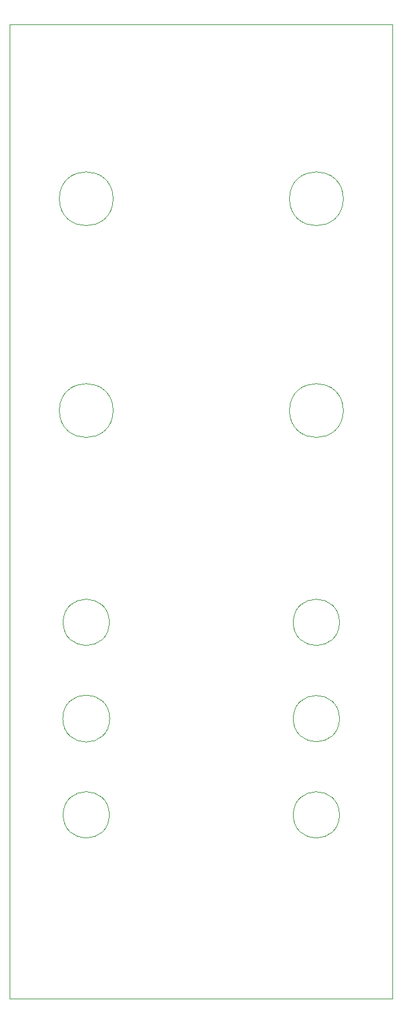
<source format=gbr>
%TF.GenerationSoftware,KiCad,Pcbnew,5.1.6-c6e7f7d~87~ubuntu18.04.1*%
%TF.CreationDate,2020-07-29T18:50:04-04:00*%
%TF.ProjectId,front_panel,66726f6e-745f-4706-916e-656c2e6b6963,rev?*%
%TF.SameCoordinates,Original*%
%TF.FileFunction,Profile,NP*%
%FSLAX46Y46*%
G04 Gerber Fmt 4.6, Leading zero omitted, Abs format (unit mm)*
G04 Created by KiCad (PCBNEW 5.1.6-c6e7f7d~87~ubuntu18.04.1) date 2020-07-29 18:50:04*
%MOMM*%
%LPD*%
G01*
G04 APERTURE LIST*
%TA.AperFunction,Profile*%
%ADD10C,0.050000*%
%TD*%
G04 APERTURE END LIST*
D10*
X43540000Y-78880000D02*
G75*
G03*
X43540000Y-78880000I-3050000J0D01*
G01*
X43540000Y-104280000D02*
G75*
G03*
X43540000Y-104280000I-3050000J0D01*
G01*
X43540000Y-91580000D02*
G75*
G03*
X43540000Y-91580000I-3050000J0D01*
G01*
X44040000Y-50940000D02*
G75*
G03*
X44040000Y-50940000I-3550000J0D01*
G01*
X44040000Y-23000000D02*
G75*
G03*
X44040000Y-23000000I-3550000J0D01*
G01*
X13150000Y-104280000D02*
G75*
G03*
X13150000Y-104280000I-3050000J0D01*
G01*
X13200000Y-91580000D02*
G75*
G03*
X13200000Y-91580000I-3100000J0D01*
G01*
X13150000Y-78880000D02*
G75*
G03*
X13150000Y-78880000I-3050000J0D01*
G01*
X13650000Y-50940000D02*
G75*
G03*
X13650000Y-50940000I-3550000J0D01*
G01*
X13650000Y-23000000D02*
G75*
G03*
X13650000Y-23000000I-3550000J0D01*
G01*
X0Y0D02*
X50500000Y0D01*
X50500000Y0D02*
X50500000Y-128500000D01*
X0Y-128500000D02*
X50500000Y-128500000D01*
X0Y0D02*
X0Y-128500000D01*
M02*

</source>
